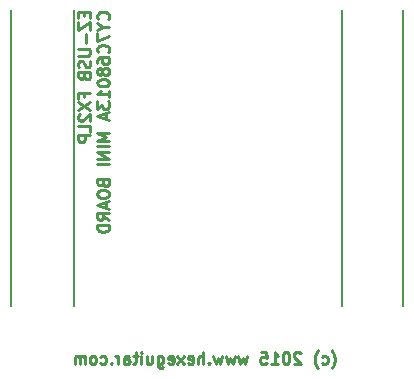
<source format=gbo>
G04 #@! TF.FileFunction,Legend,Bot*
%FSLAX46Y46*%
G04 Gerber Fmt 4.6, Leading zero omitted, Abs format (unit mm)*
G04 Created by KiCad (PCBNEW (2015-08-16 BZR 6096)-product) date 16/08/2015 20:52:47*
%MOMM*%
G01*
G04 APERTURE LIST*
%ADD10C,0.200000*%
%ADD11C,0.250000*%
G04 APERTURE END LIST*
D10*
D11*
X190738095Y-138583333D02*
X190785715Y-138535714D01*
X190880953Y-138392857D01*
X190928572Y-138297619D01*
X190976191Y-138154762D01*
X191023810Y-137916667D01*
X191023810Y-137726190D01*
X190976191Y-137488095D01*
X190928572Y-137345238D01*
X190880953Y-137250000D01*
X190785715Y-137107143D01*
X190738095Y-137059524D01*
X189928571Y-138154762D02*
X190023809Y-138202381D01*
X190214286Y-138202381D01*
X190309524Y-138154762D01*
X190357143Y-138107143D01*
X190404762Y-138011905D01*
X190404762Y-137726190D01*
X190357143Y-137630952D01*
X190309524Y-137583333D01*
X190214286Y-137535714D01*
X190023809Y-137535714D01*
X189928571Y-137583333D01*
X189595238Y-138583333D02*
X189547619Y-138535714D01*
X189452381Y-138392857D01*
X189404762Y-138297619D01*
X189357143Y-138154762D01*
X189309524Y-137916667D01*
X189309524Y-137726190D01*
X189357143Y-137488095D01*
X189404762Y-137345238D01*
X189452381Y-137250000D01*
X189547619Y-137107143D01*
X189595238Y-137059524D01*
X188119047Y-137297619D02*
X188071428Y-137250000D01*
X187976190Y-137202381D01*
X187738094Y-137202381D01*
X187642856Y-137250000D01*
X187595237Y-137297619D01*
X187547618Y-137392857D01*
X187547618Y-137488095D01*
X187595237Y-137630952D01*
X188166666Y-138202381D01*
X187547618Y-138202381D01*
X186928571Y-137202381D02*
X186833332Y-137202381D01*
X186738094Y-137250000D01*
X186690475Y-137297619D01*
X186642856Y-137392857D01*
X186595237Y-137583333D01*
X186595237Y-137821429D01*
X186642856Y-138011905D01*
X186690475Y-138107143D01*
X186738094Y-138154762D01*
X186833332Y-138202381D01*
X186928571Y-138202381D01*
X187023809Y-138154762D01*
X187071428Y-138107143D01*
X187119047Y-138011905D01*
X187166666Y-137821429D01*
X187166666Y-137583333D01*
X187119047Y-137392857D01*
X187071428Y-137297619D01*
X187023809Y-137250000D01*
X186928571Y-137202381D01*
X185642856Y-138202381D02*
X186214285Y-138202381D01*
X185928571Y-138202381D02*
X185928571Y-137202381D01*
X186023809Y-137345238D01*
X186119047Y-137440476D01*
X186214285Y-137488095D01*
X184738094Y-137202381D02*
X185214285Y-137202381D01*
X185261904Y-137678571D01*
X185214285Y-137630952D01*
X185119047Y-137583333D01*
X184880951Y-137583333D01*
X184785713Y-137630952D01*
X184738094Y-137678571D01*
X184690475Y-137773810D01*
X184690475Y-138011905D01*
X184738094Y-138107143D01*
X184785713Y-138154762D01*
X184880951Y-138202381D01*
X185119047Y-138202381D01*
X185214285Y-138154762D01*
X185261904Y-138107143D01*
X183595237Y-137535714D02*
X183404761Y-138202381D01*
X183214284Y-137726190D01*
X183023808Y-138202381D01*
X182833332Y-137535714D01*
X182547618Y-137535714D02*
X182357142Y-138202381D01*
X182166665Y-137726190D01*
X181976189Y-138202381D01*
X181785713Y-137535714D01*
X181499999Y-137535714D02*
X181309523Y-138202381D01*
X181119046Y-137726190D01*
X180928570Y-138202381D01*
X180738094Y-137535714D01*
X180357142Y-138107143D02*
X180309523Y-138154762D01*
X180357142Y-138202381D01*
X180404761Y-138154762D01*
X180357142Y-138107143D01*
X180357142Y-138202381D01*
X179880952Y-138202381D02*
X179880952Y-137202381D01*
X179452380Y-138202381D02*
X179452380Y-137678571D01*
X179499999Y-137583333D01*
X179595237Y-137535714D01*
X179738095Y-137535714D01*
X179833333Y-137583333D01*
X179880952Y-137630952D01*
X178595237Y-138154762D02*
X178690475Y-138202381D01*
X178880952Y-138202381D01*
X178976190Y-138154762D01*
X179023809Y-138059524D01*
X179023809Y-137678571D01*
X178976190Y-137583333D01*
X178880952Y-137535714D01*
X178690475Y-137535714D01*
X178595237Y-137583333D01*
X178547618Y-137678571D01*
X178547618Y-137773810D01*
X179023809Y-137869048D01*
X178214285Y-138202381D02*
X177690475Y-137535714D01*
X178214285Y-137535714D02*
X177690475Y-138202381D01*
X176928570Y-138154762D02*
X177023808Y-138202381D01*
X177214285Y-138202381D01*
X177309523Y-138154762D01*
X177357142Y-138059524D01*
X177357142Y-137678571D01*
X177309523Y-137583333D01*
X177214285Y-137535714D01*
X177023808Y-137535714D01*
X176928570Y-137583333D01*
X176880951Y-137678571D01*
X176880951Y-137773810D01*
X177357142Y-137869048D01*
X176023808Y-137535714D02*
X176023808Y-138345238D01*
X176071427Y-138440476D01*
X176119046Y-138488095D01*
X176214285Y-138535714D01*
X176357142Y-138535714D01*
X176452380Y-138488095D01*
X176023808Y-138154762D02*
X176119046Y-138202381D01*
X176309523Y-138202381D01*
X176404761Y-138154762D01*
X176452380Y-138107143D01*
X176499999Y-138011905D01*
X176499999Y-137726190D01*
X176452380Y-137630952D01*
X176404761Y-137583333D01*
X176309523Y-137535714D01*
X176119046Y-137535714D01*
X176023808Y-137583333D01*
X175119046Y-137535714D02*
X175119046Y-138202381D01*
X175547618Y-137535714D02*
X175547618Y-138059524D01*
X175499999Y-138154762D01*
X175404761Y-138202381D01*
X175261903Y-138202381D01*
X175166665Y-138154762D01*
X175119046Y-138107143D01*
X174642856Y-138202381D02*
X174642856Y-137535714D01*
X174642856Y-137202381D02*
X174690475Y-137250000D01*
X174642856Y-137297619D01*
X174595237Y-137250000D01*
X174642856Y-137202381D01*
X174642856Y-137297619D01*
X174309523Y-137535714D02*
X173928571Y-137535714D01*
X174166666Y-137202381D02*
X174166666Y-138059524D01*
X174119047Y-138154762D01*
X174023809Y-138202381D01*
X173928571Y-138202381D01*
X173166665Y-138202381D02*
X173166665Y-137678571D01*
X173214284Y-137583333D01*
X173309522Y-137535714D01*
X173499999Y-137535714D01*
X173595237Y-137583333D01*
X173166665Y-138154762D02*
X173261903Y-138202381D01*
X173499999Y-138202381D01*
X173595237Y-138154762D01*
X173642856Y-138059524D01*
X173642856Y-137964286D01*
X173595237Y-137869048D01*
X173499999Y-137821429D01*
X173261903Y-137821429D01*
X173166665Y-137773810D01*
X172690475Y-138202381D02*
X172690475Y-137535714D01*
X172690475Y-137726190D02*
X172642856Y-137630952D01*
X172595237Y-137583333D01*
X172499999Y-137535714D01*
X172404760Y-137535714D01*
X172071427Y-138107143D02*
X172023808Y-138154762D01*
X172071427Y-138202381D01*
X172119046Y-138154762D01*
X172071427Y-138107143D01*
X172071427Y-138202381D01*
X171166665Y-138154762D02*
X171261903Y-138202381D01*
X171452380Y-138202381D01*
X171547618Y-138154762D01*
X171595237Y-138107143D01*
X171642856Y-138011905D01*
X171642856Y-137726190D01*
X171595237Y-137630952D01*
X171547618Y-137583333D01*
X171452380Y-137535714D01*
X171261903Y-137535714D01*
X171166665Y-137583333D01*
X170595237Y-138202381D02*
X170690475Y-138154762D01*
X170738094Y-138107143D01*
X170785713Y-138011905D01*
X170785713Y-137726190D01*
X170738094Y-137630952D01*
X170690475Y-137583333D01*
X170595237Y-137535714D01*
X170452379Y-137535714D01*
X170357141Y-137583333D01*
X170309522Y-137630952D01*
X170261903Y-137726190D01*
X170261903Y-138011905D01*
X170309522Y-138107143D01*
X170357141Y-138154762D01*
X170452379Y-138202381D01*
X170595237Y-138202381D01*
X169833332Y-138202381D02*
X169833332Y-137535714D01*
X169833332Y-137630952D02*
X169785713Y-137583333D01*
X169690475Y-137535714D01*
X169547617Y-137535714D01*
X169452379Y-137583333D01*
X169404760Y-137678571D01*
X169404760Y-138202381D01*
X169404760Y-137678571D02*
X169357141Y-137583333D01*
X169261903Y-137535714D01*
X169119046Y-137535714D01*
X169023808Y-137583333D01*
X168976189Y-137678571D01*
X168976189Y-138202381D01*
X169778571Y-108423809D02*
X169778571Y-108757143D01*
X170302381Y-108900000D02*
X170302381Y-108423809D01*
X169302381Y-108423809D01*
X169302381Y-108900000D01*
X169302381Y-109233333D02*
X169302381Y-109900000D01*
X170302381Y-109233333D01*
X170302381Y-109900000D01*
X169921429Y-110280952D02*
X169921429Y-111042857D01*
X169302381Y-111519047D02*
X170111905Y-111519047D01*
X170207143Y-111566666D01*
X170254762Y-111614285D01*
X170302381Y-111709523D01*
X170302381Y-111900000D01*
X170254762Y-111995238D01*
X170207143Y-112042857D01*
X170111905Y-112090476D01*
X169302381Y-112090476D01*
X170254762Y-112519047D02*
X170302381Y-112661904D01*
X170302381Y-112900000D01*
X170254762Y-112995238D01*
X170207143Y-113042857D01*
X170111905Y-113090476D01*
X170016667Y-113090476D01*
X169921429Y-113042857D01*
X169873810Y-112995238D01*
X169826190Y-112900000D01*
X169778571Y-112709523D01*
X169730952Y-112614285D01*
X169683333Y-112566666D01*
X169588095Y-112519047D01*
X169492857Y-112519047D01*
X169397619Y-112566666D01*
X169350000Y-112614285D01*
X169302381Y-112709523D01*
X169302381Y-112947619D01*
X169350000Y-113090476D01*
X169778571Y-113852381D02*
X169826190Y-113995238D01*
X169873810Y-114042857D01*
X169969048Y-114090476D01*
X170111905Y-114090476D01*
X170207143Y-114042857D01*
X170254762Y-113995238D01*
X170302381Y-113900000D01*
X170302381Y-113519047D01*
X169302381Y-113519047D01*
X169302381Y-113852381D01*
X169350000Y-113947619D01*
X169397619Y-113995238D01*
X169492857Y-114042857D01*
X169588095Y-114042857D01*
X169683333Y-113995238D01*
X169730952Y-113947619D01*
X169778571Y-113852381D01*
X169778571Y-113519047D01*
X169778571Y-115614286D02*
X169778571Y-115280952D01*
X170302381Y-115280952D02*
X169302381Y-115280952D01*
X169302381Y-115757143D01*
X169302381Y-116042857D02*
X170302381Y-116709524D01*
X169302381Y-116709524D02*
X170302381Y-116042857D01*
X169397619Y-117042857D02*
X169350000Y-117090476D01*
X169302381Y-117185714D01*
X169302381Y-117423810D01*
X169350000Y-117519048D01*
X169397619Y-117566667D01*
X169492857Y-117614286D01*
X169588095Y-117614286D01*
X169730952Y-117566667D01*
X170302381Y-116995238D01*
X170302381Y-117614286D01*
X170302381Y-118519048D02*
X170302381Y-118042857D01*
X169302381Y-118042857D01*
X170302381Y-118852381D02*
X169302381Y-118852381D01*
X169302381Y-119233334D01*
X169350000Y-119328572D01*
X169397619Y-119376191D01*
X169492857Y-119423810D01*
X169635714Y-119423810D01*
X169730952Y-119376191D01*
X169778571Y-119328572D01*
X169826190Y-119233334D01*
X169826190Y-118852381D01*
X171807143Y-109009524D02*
X171854762Y-108961905D01*
X171902381Y-108819048D01*
X171902381Y-108723810D01*
X171854762Y-108580952D01*
X171759524Y-108485714D01*
X171664286Y-108438095D01*
X171473810Y-108390476D01*
X171330952Y-108390476D01*
X171140476Y-108438095D01*
X171045238Y-108485714D01*
X170950000Y-108580952D01*
X170902381Y-108723810D01*
X170902381Y-108819048D01*
X170950000Y-108961905D01*
X170997619Y-109009524D01*
X171426190Y-109628571D02*
X171902381Y-109628571D01*
X170902381Y-109295238D02*
X171426190Y-109628571D01*
X170902381Y-109961905D01*
X170902381Y-110200000D02*
X170902381Y-110866667D01*
X171902381Y-110438095D01*
X171807143Y-111819048D02*
X171854762Y-111771429D01*
X171902381Y-111628572D01*
X171902381Y-111533334D01*
X171854762Y-111390476D01*
X171759524Y-111295238D01*
X171664286Y-111247619D01*
X171473810Y-111200000D01*
X171330952Y-111200000D01*
X171140476Y-111247619D01*
X171045238Y-111295238D01*
X170950000Y-111390476D01*
X170902381Y-111533334D01*
X170902381Y-111628572D01*
X170950000Y-111771429D01*
X170997619Y-111819048D01*
X170902381Y-112676191D02*
X170902381Y-112485714D01*
X170950000Y-112390476D01*
X170997619Y-112342857D01*
X171140476Y-112247619D01*
X171330952Y-112200000D01*
X171711905Y-112200000D01*
X171807143Y-112247619D01*
X171854762Y-112295238D01*
X171902381Y-112390476D01*
X171902381Y-112580953D01*
X171854762Y-112676191D01*
X171807143Y-112723810D01*
X171711905Y-112771429D01*
X171473810Y-112771429D01*
X171378571Y-112723810D01*
X171330952Y-112676191D01*
X171283333Y-112580953D01*
X171283333Y-112390476D01*
X171330952Y-112295238D01*
X171378571Y-112247619D01*
X171473810Y-112200000D01*
X171330952Y-113342857D02*
X171283333Y-113247619D01*
X171235714Y-113200000D01*
X171140476Y-113152381D01*
X171092857Y-113152381D01*
X170997619Y-113200000D01*
X170950000Y-113247619D01*
X170902381Y-113342857D01*
X170902381Y-113533334D01*
X170950000Y-113628572D01*
X170997619Y-113676191D01*
X171092857Y-113723810D01*
X171140476Y-113723810D01*
X171235714Y-113676191D01*
X171283333Y-113628572D01*
X171330952Y-113533334D01*
X171330952Y-113342857D01*
X171378571Y-113247619D01*
X171426190Y-113200000D01*
X171521429Y-113152381D01*
X171711905Y-113152381D01*
X171807143Y-113200000D01*
X171854762Y-113247619D01*
X171902381Y-113342857D01*
X171902381Y-113533334D01*
X171854762Y-113628572D01*
X171807143Y-113676191D01*
X171711905Y-113723810D01*
X171521429Y-113723810D01*
X171426190Y-113676191D01*
X171378571Y-113628572D01*
X171330952Y-113533334D01*
X170902381Y-114342857D02*
X170902381Y-114438096D01*
X170950000Y-114533334D01*
X170997619Y-114580953D01*
X171092857Y-114628572D01*
X171283333Y-114676191D01*
X171521429Y-114676191D01*
X171711905Y-114628572D01*
X171807143Y-114580953D01*
X171854762Y-114533334D01*
X171902381Y-114438096D01*
X171902381Y-114342857D01*
X171854762Y-114247619D01*
X171807143Y-114200000D01*
X171711905Y-114152381D01*
X171521429Y-114104762D01*
X171283333Y-114104762D01*
X171092857Y-114152381D01*
X170997619Y-114200000D01*
X170950000Y-114247619D01*
X170902381Y-114342857D01*
X171902381Y-115628572D02*
X171902381Y-115057143D01*
X171902381Y-115342857D02*
X170902381Y-115342857D01*
X171045238Y-115247619D01*
X171140476Y-115152381D01*
X171188095Y-115057143D01*
X170902381Y-115961905D02*
X170902381Y-116580953D01*
X171283333Y-116247619D01*
X171283333Y-116390477D01*
X171330952Y-116485715D01*
X171378571Y-116533334D01*
X171473810Y-116580953D01*
X171711905Y-116580953D01*
X171807143Y-116533334D01*
X171854762Y-116485715D01*
X171902381Y-116390477D01*
X171902381Y-116104762D01*
X171854762Y-116009524D01*
X171807143Y-115961905D01*
X171616667Y-116961905D02*
X171616667Y-117438096D01*
X171902381Y-116866667D02*
X170902381Y-117200000D01*
X171902381Y-117533334D01*
X171902381Y-118628572D02*
X170902381Y-118628572D01*
X171616667Y-118961906D01*
X170902381Y-119295239D01*
X171902381Y-119295239D01*
X171902381Y-119771429D02*
X170902381Y-119771429D01*
X171902381Y-120247619D02*
X170902381Y-120247619D01*
X171902381Y-120819048D01*
X170902381Y-120819048D01*
X171902381Y-121295238D02*
X170902381Y-121295238D01*
X171378571Y-122866667D02*
X171426190Y-123009524D01*
X171473810Y-123057143D01*
X171569048Y-123104762D01*
X171711905Y-123104762D01*
X171807143Y-123057143D01*
X171854762Y-123009524D01*
X171902381Y-122914286D01*
X171902381Y-122533333D01*
X170902381Y-122533333D01*
X170902381Y-122866667D01*
X170950000Y-122961905D01*
X170997619Y-123009524D01*
X171092857Y-123057143D01*
X171188095Y-123057143D01*
X171283333Y-123009524D01*
X171330952Y-122961905D01*
X171378571Y-122866667D01*
X171378571Y-122533333D01*
X170902381Y-123723809D02*
X170902381Y-123914286D01*
X170950000Y-124009524D01*
X171045238Y-124104762D01*
X171235714Y-124152381D01*
X171569048Y-124152381D01*
X171759524Y-124104762D01*
X171854762Y-124009524D01*
X171902381Y-123914286D01*
X171902381Y-123723809D01*
X171854762Y-123628571D01*
X171759524Y-123533333D01*
X171569048Y-123485714D01*
X171235714Y-123485714D01*
X171045238Y-123533333D01*
X170950000Y-123628571D01*
X170902381Y-123723809D01*
X171616667Y-124533333D02*
X171616667Y-125009524D01*
X171902381Y-124438095D02*
X170902381Y-124771428D01*
X171902381Y-125104762D01*
X171902381Y-126009524D02*
X171426190Y-125676190D01*
X171902381Y-125438095D02*
X170902381Y-125438095D01*
X170902381Y-125819048D01*
X170950000Y-125914286D01*
X170997619Y-125961905D01*
X171092857Y-126009524D01*
X171235714Y-126009524D01*
X171330952Y-125961905D01*
X171378571Y-125914286D01*
X171426190Y-125819048D01*
X171426190Y-125438095D01*
X171902381Y-126438095D02*
X170902381Y-126438095D01*
X170902381Y-126676190D01*
X170950000Y-126819048D01*
X171045238Y-126914286D01*
X171140476Y-126961905D01*
X171330952Y-127009524D01*
X171473810Y-127009524D01*
X171664286Y-126961905D01*
X171759524Y-126914286D01*
X171854762Y-126819048D01*
X171902381Y-126676190D01*
X171902381Y-126438095D01*
D10*
X163600000Y-108250000D02*
X163600000Y-133250000D01*
X168900000Y-108250000D02*
X168900000Y-133250000D01*
X191600000Y-108250000D02*
X191600000Y-133250000D01*
X196800000Y-108250000D02*
X196800000Y-133250000D01*
M02*

</source>
